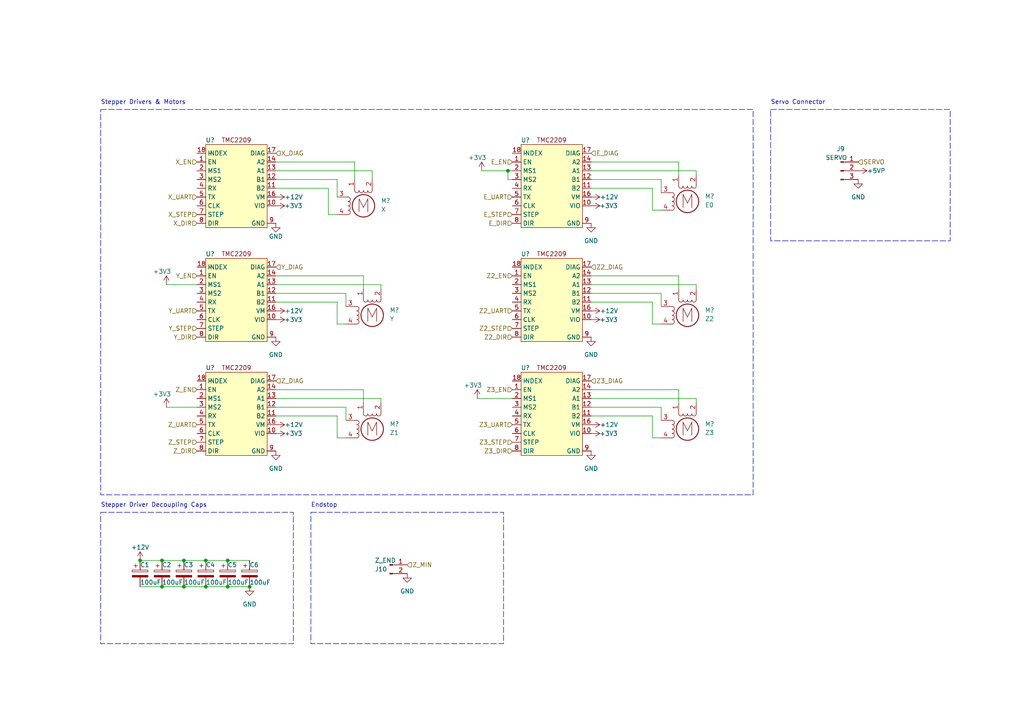
<source format=kicad_sch>
(kicad_sch (version 20230409) (generator eeschema)
  (paper "A4")
  (title_block (title "Motion") (rev "v0.1") (company "EIG - NUS High") (comment 1 "By Vincent Kwok"))
  (lib_symbols
    (symbol "Connector:Conn_01x02_Pin" (pin_names (offset 1.016) hide)
      (property "Reference" "J" (at 0 2.54 0))
      (property "Value" "Conn_01x02_Pin" (at 0 -5.08 0))
      (symbol "Conn_01x02_Pin_1_1"
        (polyline (pts (xy 1.27 -2.54) (xy 0.8636 -2.54)) (stroke (width 0.1524)))
        (polyline (pts (xy 1.27 0) (xy 0.8636 0)) (stroke (width 0.1524)))
        (rectangle (start 0.8636 -2.413) (end 0 -2.667) (stroke (width 0.1524)) (fill (type outline)))
        (rectangle (start 0.8636 0.127) (end 0 -0.127) (stroke (width 0.1524)) (fill (type outline)))
        (pin passive line (at 5.08 0 180) (length 3.81) (name "Pin_1") (number "1"))
        (pin passive line (at 5.08 -2.54 180) (length 3.81) (name "Pin_2") (number "2"))
      )
    )
    (symbol "Connector:Conn_01x03_Pin" (pin_names (offset 1.016) hide)
      (property "Reference" "J" (at 0 5.08 0))
      (property "Value" "Conn_01x03_Pin" (at 0 -5.08 0))
      (symbol "Conn_01x03_Pin_1_1"
        (polyline (pts (xy 1.27 -2.54) (xy 0.8636 -2.54)) (stroke (width 0.1524)))
        (polyline (pts (xy 1.27 0) (xy 0.8636 0)) (stroke (width 0.1524)))
        (polyline (pts (xy 1.27 2.54) (xy 0.8636 2.54)) (stroke (width 0.1524)))
        (rectangle (start 0.8636 -2.413) (end 0 -2.667) (stroke (width 0.1524)) (fill (type outline)))
        (rectangle (start 0.8636 0.127) (end 0 -0.127) (stroke (width 0.1524)) (fill (type outline)))
        (rectangle (start 0.8636 2.667) (end 0 2.413) (stroke (width 0.1524)) (fill (type outline)))
        (pin passive line (at 5.08 2.54 180) (length 3.81) (name "Pin_1") (number "1"))
        (pin passive line (at 5.08 0 180) (length 3.81) (name "Pin_2") (number "2"))
        (pin passive line (at 5.08 -2.54 180) (length 3.81) (name "Pin_3") (number "3"))
      )
    )
    (symbol "Device:C_Polarized" (pin_numbers hide) (pin_names (offset 0.254))
      (property "Reference" "C" (at 0.635 2.54 0))
      (property "Value" "C_Polarized" (at 0.635 -2.54 0))
      (symbol "C_Polarized_0_1"
        (rectangle (start -2.286 0.508) (end 2.286 1.016))
        (polyline (pts (xy -1.778 2.286) (xy -0.762 2.286)))
        (polyline (pts (xy -1.27 2.794) (xy -1.27 1.778)))
        (rectangle (start 2.286 -0.508) (end -2.286 -1.016) (fill (type outline)))
      )
      (symbol "C_Polarized_1_1"
        (pin passive line (at 0 3.81 270) (length 2.794) (name "~") (number "1"))
        (pin passive line (at 0 -3.81 90) (length 2.794) (name "~") (number "2"))
      )
    )
    (symbol "Motor:Stepper_Motor_bipolar" (pin_names (offset 0) hide)
      (property "Reference" "M" (at 3.81 2.54 0))
      (property "Value" "Stepper_Motor_bipolar" (at 3.81 1.27 0))
      (symbol "Stepper_Motor_bipolar_0_0"
        (polyline (pts (xy -1.27 -1.778) (xy -1.27 2.032) (xy 0 -0.508) (xy 1.27 2.032) (xy 1.27 -1.778)))
      )
      (symbol "Stepper_Motor_bipolar_0_1"
        (arc (start -4.445 -2.54) (mid -3.8127 -1.905) (end -4.445 -1.27))
        (arc (start -4.445 -1.27) (mid -3.8127 -0.635) (end -4.445 0))
        (arc (start -4.445 0) (mid -3.8127 0.635) (end -4.445 1.27))
        (arc (start -4.445 1.27) (mid -3.8127 1.905) (end -4.445 2.54))
        (arc (start -2.54 4.445) (mid -1.905 3.8127) (end -1.27 4.445))
        (arc (start -1.27 4.445) (mid -0.635 3.8127) (end 0 4.445))
        (polyline (pts (xy -5.08 -2.54) (xy -4.445 -2.54)))
        (polyline (pts (xy -5.08 2.54) (xy -4.445 2.54)))
        (polyline (pts (xy -2.54 5.08) (xy -2.54 4.445)))
        (polyline (pts (xy 2.54 5.08) (xy 2.54 4.445)))
        (circle (center 0 0) (radius 3.2512) (stroke (width 0.254)))
        (arc (start 0 4.445) (mid 0.635 3.8127) (end 1.27 4.445))
        (arc (start 1.27 4.445) (mid 1.905 3.8127) (end 2.54 4.445))
      )
      (symbol "Stepper_Motor_bipolar_1_1"
        (pin passive line (at -2.54 7.62 270) (length 2.54) (name "~") (number "1"))
        (pin passive line (at 2.54 7.62 270) (length 2.54) (name "-") (number "2"))
        (pin passive line (at -7.62 2.54 0) (length 2.54) (name "~") (number "3"))
        (pin passive line (at -7.62 -2.54 0) (length 2.54) (name "~") (number "4"))
      )
    )
    (symbol "Motor_Trinamic:TMC2209"
      (property "Reference" "U" (at 8.89 -1.27 0))
      (symbol "TMC2209_0_1"
        (rectangle (start 0 0) (end 17.78 -24.13) (fill (type background)))
        (text "TMC2209" (at 8.89 1.27 0) (effects (font (size 1.27 1.27))))
      )
      (symbol "TMC2209_1_1"
        (pin input line (at -2.54 -5.08 0) (length 2.54) (name "EN") (number "1"))
        (pin power_in line (at 20.32 -17.78 180) (length 2.54) (name "VIO") (number "10"))
        (pin output line (at 20.32 -12.7 180) (length 2.54) (name "B2") (number "11"))
        (pin output line (at 20.32 -10.16 180) (length 2.54) (name "B1") (number "12"))
        (pin output line (at 20.32 -7.62 180) (length 2.54) (name "A1") (number "13"))
        (pin output line (at 20.32 -5.08 180) (length 2.54) (name "A2") (number "14"))
        (pin power_in line (at 20.32 -22.86 180) (length 2.54) hide (name "GND") (number "15"))
        (pin power_in line (at 20.32 -15.24 180) (length 2.54) (name "VM") (number "16"))
        (pin output line (at 20.32 -2.54 180) (length 2.54) (name "DIAG") (number "17"))
        (pin output line (at -2.54 -2.54 0) (length 2.54) (name "INDEX") (number "18"))
        (pin input line (at -2.54 -7.62 0) (length 2.54) (name "MS1") (number "2"))
        (pin input line (at -2.54 -10.16 0) (length 2.54) (name "MS2") (number "3"))
        (pin input line (at -2.54 -12.7 0) (length 2.54) (name "RX") (number "4"))
        (pin output line (at -2.54 -15.24 0) (length 2.54) (name "TX") (number "5"))
        (pin input line (at -2.54 -17.78 0) (length 2.54) (name "CLK") (number "6"))
        (pin input line (at -2.54 -20.32 0) (length 2.54) (name "STEP") (number "7"))
        (pin input line (at -2.54 -22.86 0) (length 2.54) (name "DIR") (number "8"))
        (pin power_in line (at 20.32 -22.86 180) (length 2.54) (name "GND") (number "9"))
      )
    )
    (symbol "power:+12V" (power) (pin_names (offset 0))
      (property "Value" "+12V" (at 0 3.556 0))
      (symbol "+12V_0_1"
        (polyline (pts (xy -0.762 1.27) (xy 0 2.54)))
        (polyline (pts (xy 0 0) (xy 0 2.54)))
        (polyline (pts (xy 0 2.54) (xy 0.762 1.27)))
      )
      (symbol "+12V_1_1"
        (pin power_in line (at 0 0 90) (length 0) hide (name "+12V") (number "1"))
      )
    )
    (symbol "power:+3V3" (power) (pin_names (offset 0))
      (property "Value" "+3V3" (at 0 3.556 0))
      (symbol "+3V3_0_1"
        (polyline (pts (xy -0.762 1.27) (xy 0 2.54)))
        (polyline (pts (xy 0 0) (xy 0 2.54)))
        (polyline (pts (xy 0 2.54) (xy 0.762 1.27)))
      )
      (symbol "+3V3_1_1"
        (pin power_in line (at 0 0 90) (length 0) hide (name "+3V3") (number "1"))
      )
    )
    (symbol "power:+5VP" (power) (pin_names (offset 0))
      (property "Value" "+5VP" (at 0 3.556 0))
      (symbol "+5VP_0_1"
        (polyline (pts (xy -0.762 1.27) (xy 0 2.54)))
        (polyline (pts (xy 0 0) (xy 0 2.54)))
        (polyline (pts (xy 0 2.54) (xy 0.762 1.27)))
      )
      (symbol "+5VP_1_1"
        (pin power_in line (at 0 0 90) (length 0) hide (name "+5VP") (number "1"))
      )
    )
    (symbol "power:GND" (power) (pin_names (offset 0))
      (property "Value" "GND" (at 0 -3.81 0))
      (symbol "GND_0_1"
        (polyline (pts (xy 0 0) (xy 0 -1.27) (xy 1.27 -1.27) (xy 0 -2.54) (xy -1.27 -1.27) (xy 0 -1.27)))
      )
      (symbol "GND_1_1"
        (pin power_in line (at 0 0 270) (length 0) hide (name "GND") (number "1"))
      )
    )
  )
  (junction (at 46.99 170.18))
  (junction (at 66.04 170.18))
  (junction (at 59.69 162.56))
  (junction (at 72.39 170.18))
  (junction (at 147.32 49.53))
  (junction (at 46.99 162.56))
  (junction (at 53.34 170.18))
  (junction (at 66.04 162.56))
  (junction (at 53.34 162.56))
  (junction (at 59.69 170.18))
  (junction (at 40.64 162.56))
  (wire (pts (xy 97.79 120.65) (xy 80.01 120.65)))
  (wire (pts (xy 189.23 120.65) (xy 171.45 120.65)))
  (wire (pts (xy 40.64 170.18) (xy 46.99 170.18)))
  (wire (pts (xy 53.34 170.18) (xy 59.69 170.18)))
  (wire (pts (xy 201.93 115.57) (xy 201.93 116.84)))
  (wire (pts (xy 189.23 127) (xy 191.77 127)))
  (wire (pts (xy 66.04 162.56) (xy 72.39 162.56)))
  (wire (pts (xy 148.59 52.07) (xy 147.32 52.07)))
  (wire (pts (xy 191.77 85.09) (xy 171.45 85.09)))
  (wire (pts (xy 100.33 121.92) (xy 100.33 118.11)))
  (wire (pts (xy 171.45 49.53) (xy 201.93 49.53)))
  (wire (pts (xy 97.79 57.15) (xy 97.79 52.07)))
  (wire (pts (xy 102.87 46.99) (xy 102.87 52.07)))
  (wire (pts (xy 53.34 162.56) (xy 59.69 162.56)))
  (wire (pts (xy 97.79 87.63) (xy 80.01 87.63)))
  (wire (pts (xy 201.93 82.55) (xy 201.93 83.82)))
  (wire (pts (xy 171.45 82.55) (xy 201.93 82.55)))
  (wire (pts (xy 201.93 49.53) (xy 201.93 50.8)))
  (wire (pts (xy 80.01 113.03) (xy 105.41 113.03)))
  (wire (pts (xy 59.69 170.18) (xy 66.04 170.18)))
  (wire (pts (xy 191.77 118.11) (xy 171.45 118.11)))
  (wire (pts (xy 191.77 121.92) (xy 191.77 118.11)))
  (wire (pts (xy 171.45 115.57) (xy 201.93 115.57)))
  (wire (pts (xy 80.01 52.07) (xy 97.79 52.07)))
  (wire (pts (xy 40.64 162.56) (xy 46.99 162.56)))
  (wire (pts (xy 48.26 118.11) (xy 57.15 118.11)))
  (wire (pts (xy 97.79 127) (xy 97.79 120.65)))
  (wire (pts (xy 80.01 82.55) (xy 110.49 82.55)))
  (wire (pts (xy 105.41 80.01) (xy 105.41 83.82)))
  (wire (pts (xy 97.79 93.98) (xy 100.33 93.98)))
  (wire (pts (xy 95.25 62.23) (xy 95.25 54.61)))
  (wire (pts (xy 189.23 60.96) (xy 189.23 54.61)))
  (wire (pts (xy 196.85 80.01) (xy 196.85 83.82)))
  (wire (pts (xy 46.99 162.56) (xy 53.34 162.56)))
  (wire (pts (xy 59.69 162.56) (xy 66.04 162.56)))
  (wire (pts (xy 80.01 115.57) (xy 110.49 115.57)))
  (wire (pts (xy 171.45 80.01) (xy 196.85 80.01)))
  (wire (pts (xy 80.01 49.53) (xy 107.95 49.53)))
  (wire (pts (xy 48.26 82.55) (xy 57.15 82.55)))
  (wire (pts (xy 110.49 82.55) (xy 110.49 83.82)))
  (wire (pts (xy 100.33 118.11) (xy 80.01 118.11)))
  (wire (pts (xy 189.23 60.96) (xy 191.77 60.96)))
  (wire (pts (xy 139.7 49.53) (xy 147.32 49.53)))
  (wire (pts (xy 191.77 52.07) (xy 171.45 52.07)))
  (wire (pts (xy 196.85 46.99) (xy 196.85 50.8)))
  (wire (pts (xy 147.32 52.07) (xy 147.32 49.53)))
  (wire (pts (xy 147.32 49.53) (xy 148.59 49.53)))
  (wire (pts (xy 189.23 93.98) (xy 189.23 87.63)))
  (wire (pts (xy 171.45 46.99) (xy 196.85 46.99)))
  (wire (pts (xy 171.45 113.03) (xy 196.85 113.03)))
  (wire (pts (xy 66.04 170.18) (xy 72.39 170.18)))
  (wire (pts (xy 95.25 54.61) (xy 80.01 54.61)))
  (wire (pts (xy 97.79 127) (xy 100.33 127)))
  (wire (pts (xy 100.33 88.9) (xy 100.33 85.09)))
  (wire (pts (xy 189.23 87.63) (xy 171.45 87.63)))
  (wire (pts (xy 196.85 113.03) (xy 196.85 116.84)))
  (wire (pts (xy 138.43 115.57) (xy 148.59 115.57)))
  (wire (pts (xy 191.77 88.9) (xy 191.77 85.09)))
  (wire (pts (xy 107.95 52.07) (xy 107.95 49.53)))
  (wire (pts (xy 97.79 62.23) (xy 95.25 62.23)))
  (wire (pts (xy 189.23 93.98) (xy 191.77 93.98)))
  (wire (pts (xy 189.23 54.61) (xy 171.45 54.61)))
  (wire (pts (xy 105.41 113.03) (xy 105.41 116.84)))
  (wire (pts (xy 97.79 93.98) (xy 97.79 87.63)))
  (wire (pts (xy 110.49 115.57) (xy 110.49 116.84)))
  (wire (pts (xy 189.23 127) (xy 189.23 120.65)))
  (wire (pts (xy 46.99 170.18) (xy 53.34 170.18)))
  (wire (pts (xy 191.77 55.88) (xy 191.77 52.07)))
  (wire (pts (xy 102.87 46.99) (xy 80.01 46.99)))
  (wire (pts (xy 100.33 85.09) (xy 80.01 85.09)))
  (wire (pts (xy 80.01 80.01) (xy 105.41 80.01)))
  (rectangle (start 223.52 31.75) (end 275.59 69.85) (stroke (width 0) (type dash)))
  (rectangle (start 90.17 148.59) (end 146.05 186.69) (stroke (width 0) (type dash)))
  (rectangle (start 29.21 148.59) (end 85.09 186.69) (stroke (width 0) (type dash)))
  (rectangle (start 29.21 31.75) (end 218.44 143.51) (stroke (width 0) (type dash)))
  (text "Stepper Drivers & Motors" (at 29.21 30.48 0) (effects (font (size 1.27 1.27)) (justify left bottom)))
  (text "Stepper Driver Decoupling Caps" (at 29.21 147.32 0) (effects (font (size 1.27 1.27)) (justify left bottom)))
  (text "Endstop" (at 90.17 147.32 0) (effects (font (size 1.27 1.27)) (justify left bottom)))
  (text "Servo Connector" (at 223.52 30.48 0) (effects (font (size 1.27 1.27)) (justify left bottom)))
  (hierarchical_label "E_UART" (shape input) (at 148.59 57.15 180))
  (hierarchical_label "Z_DIAG" (shape input) (at 80.01 110.49 0))
  (hierarchical_label "Z3_DIR" (shape input) (at 148.59 130.81 180))
  (hierarchical_label "Z3_UART" (shape input) (at 148.59 123.19 180))
  (hierarchical_label "E_EN" (shape input) (at 148.59 46.99 180))
  (hierarchical_label "Z3_DIAG" (shape input) (at 171.45 110.49 0))
  (hierarchical_label "X_DIR" (shape input) (at 57.15 64.77 180))
  (hierarchical_label "E_STEP" (shape input) (at 148.59 62.23 180))
  (hierarchical_label "SERVO" (shape input) (at 248.92 46.99 0))
  (hierarchical_label "X_STEP" (shape input) (at 57.15 62.23 180))
  (hierarchical_label "Z_MIN" (shape input) (at 118.11 163.83 0))
  (hierarchical_label "Z2_DIAG" (shape input) (at 171.45 77.47 0))
  (hierarchical_label "X_DIAG" (shape input) (at 80.01 44.45 0))
  (hierarchical_label "Z_EN" (shape input) (at 57.15 113.03 180))
  (hierarchical_label "Z3_EN" (shape input) (at 148.59 113.03 180))
  (hierarchical_label "Z3_STEP" (shape input) (at 148.59 128.27 180))
  (hierarchical_label "Y_DIAG" (shape input) (at 80.01 77.47 0))
  (hierarchical_label "Z_DIR" (shape input) (at 57.15 130.81 180))
  (hierarchical_label "E_DIAG" (shape input) (at 171.45 44.45 0))
  (hierarchical_label "X_UART" (shape input) (at 57.15 57.15 180))
  (hierarchical_label "Y_STEP" (shape input) (at 57.15 95.25 180))
  (hierarchical_label "Z2_DIR" (shape input) (at 148.59 97.79 180))
  (hierarchical_label "Z_UART" (shape input) (at 57.15 123.19 180))
  (hierarchical_label "Z_STEP" (shape input) (at 57.15 128.27 180))
  (hierarchical_label "Y_DIR" (shape input) (at 57.15 97.79 180))
  (hierarchical_label "Y_EN" (shape input) (at 57.15 80.01 180))
  (hierarchical_label "Z2_EN" (shape input) (at 148.59 80.01 180))
  (hierarchical_label "Y_UART" (shape input) (at 57.15 90.17 180))
  (hierarchical_label "Z2_STEP" (shape input) (at 148.59 95.25 180))
  (hierarchical_label "Z2_UART" (shape input) (at 148.59 90.17 180))
  (hierarchical_label "X_EN" (shape input) (at 57.15 46.99 180))
  (hierarchical_label "E_DIR" (shape input) (at 148.59 64.77 180))
  (symbol (lib_id "Device:C_Polarized") (at 53.34 166.37 0) (unit 1)
    (property "Reference" "C3" (at 53.34 163.83 0) (effects (justify left)))
    (property "Value" "100uF" (at 53.34 168.91 0) (effects (justify left)))
    (property "Footprint" "Capacitor_THT:CP_Radial_D6.3mm_P2.50mm" (effects hide))
  )
  (symbol (lib_id "Motor_Trinamic:TMC2209") (at 151.13 107.95 0) (unit 1)
    (property "Reference" "U?" (at 152.4 106.68 0))
    (property "Value" "~" (at 152.4 110.49 0))
    (property "Footprint" "Motor_Trinamic:MODULE_TMC2209_SILENTSTEPSTICK" (effects hide))
    (instances (project "ChessBotController" (path "" (reference "U?") (unit 1)) (path "" (reference "U7") (unit 1))))
  )
  (symbol (lib_id "Motor:Stepper_Motor_bipolar") (at 199.39 124.46 0) (unit 1)
    (property "Reference" "M?" (at 204.47 122.9741 0) (effects (justify left)))
    (property "Value" "Z3" (at 204.47 125.5141 0) (effects (justify left)))
    (property "Footprint" "Connector_JST:JST_XH_B4B-XH-A_1x04_P2.50mm_Vertical" (effects hide))
    (property "Datasheet" "http://www.infineon.com/dgdl/Application-Note-TLE8110EE_driving_UniPolarStepperMotor_V1.1.pdf?fileId=db3a30431be39b97011be5d0aa0a00b0" (effects hide))
    (instances (project "ChessBotController" (path "" (reference "M?") (unit 1)) (path "" (reference "M6") (unit 1))))
  )
  (symbol (lib_id "power:GND") (at 248.92 52.07 0) (unit 1)
    (property "Reference" "#PWR060" (effects hide))
    (property "Value" "GND" (at 248.92 57.15 0))
  )
  (symbol (lib_id "Motor_Trinamic:TMC2209") (at 59.69 107.95 0) (unit 1)
    (property "Reference" "U?" (at 60.96 106.68 0))
    (property "Value" "~" (at 60.96 110.49 0))
    (property "Footprint" "Motor_Trinamic:MODULE_TMC2209_SILENTSTEPSTICK" (effects hide))
    (instances (project "ChessBotController" (path "" (reference "U?") (unit 1)) (path "" (reference "U4") (unit 1))))
  )
  (symbol (lib_id "Connector:Conn_01x03_Pin") (at 243.84 49.53 0) (unit 1)
    (property "Reference" "J9" (at 243.84 43.18 0))
    (property "Value" "SERVO" (at 242.57 45.72 0))
    (property "Footprint" "Connector_PinHeader_2.54mm:PinHeader_1x03_P2.54mm_Vertical" (effects hide))
  )
  (symbol (lib_id "power:GND") (at 171.45 64.77 0) (unit 1)
    (property "Reference" "#PWR?" (effects hide))
    (property "Value" "GND" (at 171.45 69.85 0))
    (instances (project "ChessBotController" (path "" (reference "#PWR?") (unit 1)) (path "" (reference "#PWR027") (unit 1))))
  )
  (symbol (lib_id "power:+3V3") (at 171.45 59.69 270) (unit 1)
    (property "Reference" "#PWR029" (effects hide))
    (property "Value" "+3V3" (at 176.53 59.69 90))
  )
  (symbol (lib_id "Motor:Stepper_Motor_bipolar") (at 199.39 58.42 0) (unit 1)
    (property "Reference" "M?" (at 204.47 56.9341 0) (effects (justify left)))
    (property "Value" "E0" (at 204.47 59.4741 0) (effects (justify left)))
    (property "Footprint" "Connector_JST:JST_XH_B4B-XH-A_1x04_P2.50mm_Vertical" (effects hide))
    (property "Datasheet" "http://www.infineon.com/dgdl/Application-Note-TLE8110EE_driving_UniPolarStepperMotor_V1.1.pdf?fileId=db3a30431be39b97011be5d0aa0a00b0" (effects hide))
    (instances (project "ChessBotController" (path "" (reference "M?") (unit 1)) (path "" (reference "M4") (unit 1))))
  )
  (symbol (lib_id "Device:C_Polarized") (at 59.69 166.37 0) (unit 1)
    (property "Reference" "C4" (at 59.69 163.83 0) (effects (justify left)))
    (property "Value" "100uF" (at 59.69 168.91 0) (effects (justify left)))
    (property "Footprint" "Capacitor_THT:CP_Radial_D6.3mm_P2.50mm" (effects hide))
  )
  (symbol (lib_id "power:+3V3") (at 139.7 49.53 0) (unit 1)
    (property "Reference" "#PWR037" (effects hide))
    (property "Value" "+3V3" (at 138.43 45.72 0))
  )
  (symbol (lib_id "Motor:Stepper_Motor_bipolar") (at 107.95 91.44 0) (unit 1)
    (property "Reference" "M?" (at 113.03 89.9541 0) (effects (justify left)))
    (property "Value" "Y" (at 113.03 92.4941 0) (effects (justify left)))
    (property "Footprint" "Connector_JST:JST_XH_B4B-XH-A_1x04_P2.50mm_Vertical" (effects hide))
    (property "Datasheet" "http://www.infineon.com/dgdl/Application-Note-TLE8110EE_driving_UniPolarStepperMotor_V1.1.pdf?fileId=db3a30431be39b97011be5d0aa0a00b0" (effects hide))
    (instances (project "ChessBotController" (path "" (reference "M?") (unit 1)) (path "" (reference "M2") (unit 1))))
  )
  (symbol (lib_id "power:+12V") (at 171.45 123.19 270) (unit 1)
    (property "Reference" "#PWR?" (effects hide))
    (property "Value" "+12V" (at 173.99 123.19 90) (effects (justify left)))
    (instances (project "ChessBotController" (path "" (reference "#PWR?") (unit 1)) (path "" (reference "#PWR033") (unit 1))))
  )
  (symbol (lib_id "power:GND") (at 80.01 64.77 0) (unit 1)
    (property "Reference" "#PWR?" (effects hide))
    (property "Value" "GND" (at 80.01 68.58 0))
    (instances (project "ChessBotController" (path "" (reference "#PWR?") (unit 1)) (path "" (reference "#PWR02") (unit 1))))
  )
  (symbol (lib_id "Device:C_Polarized") (at 40.64 166.37 0) (unit 1)
    (property "Reference" "C1" (at 40.64 163.83 0) (effects (justify left)))
    (property "Value" "100uF" (at 40.64 168.91 0) (effects (justify left)))
    (property "Footprint" "Capacitor_THT:CP_Radial_D6.3mm_P2.50mm" (effects hide))
  )
  (symbol (lib_id "Device:C_Polarized") (at 66.04 166.37 0) (unit 1)
    (property "Reference" "C5" (at 66.04 163.83 0) (effects (justify left)))
    (property "Value" "100uF" (at 66.04 168.91 0) (effects (justify left)))
    (property "Footprint" "Capacitor_THT:CP_Radial_D6.3mm_P2.50mm" (effects hide))
  )
  (symbol (lib_id "power:+12V") (at 80.01 90.17 270) (unit 1)
    (property "Reference" "#PWR?" (effects hide))
    (property "Value" "+12V" (at 82.55 90.17 90) (effects (justify left)))
    (instances (project "ChessBotController" (path "" (reference "#PWR?") (unit 1)) (path "" (reference "#PWR06") (unit 1))))
  )
  (symbol (lib_id "power:+3V3") (at 80.01 125.73 270) (unit 1)
    (property "Reference" "#PWR017" (effects hide))
    (property "Value" "+3V3" (at 85.09 125.73 90))
  )
  (symbol (lib_id "power:+12V") (at 80.01 57.15 270) (unit 1)
    (property "Reference" "#PWR?" (effects hide))
    (property "Value" "+12V" (at 82.55 57.15 90) (effects (justify left)))
    (instances (project "ChessBotController" (path "" (reference "#PWR?") (unit 1)) (path "" (reference "#PWR01") (unit 1))))
  )
  (symbol (lib_id "power:GND") (at 72.39 170.18 0) (unit 1)
    (property "Reference" "#PWR044" (effects hide))
    (property "Value" "GND" (at 72.39 175.26 0))
  )
  (symbol (lib_id "power:+12V") (at 80.01 123.19 270) (unit 1)
    (property "Reference" "#PWR?" (effects hide))
    (property "Value" "+12V" (at 82.55 123.19 90) (effects (justify left)))
    (instances (project "ChessBotController" (path "" (reference "#PWR?") (unit 1)) (path "" (reference "#PWR016") (unit 1))))
  )
  (symbol (lib_id "power:GND") (at 118.11 166.37 0) (unit 1)
    (property "Reference" "#PWR061" (effects hide))
    (property "Value" "GND" (at 118.11 171.45 0))
    (instances (project "ChessBotController" (path "" (reference "#PWR061") (unit 1)) (path "" (reference "#PWR065") (unit 1))))
  )
  (symbol (lib_id "power:+3V3") (at 48.26 82.55 0) (unit 1)
    (property "Reference" "#PWR07" (effects hide))
    (property "Value" "+3V3" (at 46.99 78.74 0))
  )
  (symbol (lib_id "Motor_Trinamic:TMC2209") (at 59.69 74.93 0) (unit 1)
    (property "Reference" "U?" (at 60.96 73.66 0))
    (property "Value" "~" (at 60.96 77.47 0))
    (property "Footprint" "Motor_Trinamic:MODULE_TMC2209_SILENTSTEPSTICK" (effects hide))
    (instances (project "ChessBotController" (path "" (reference "U?") (unit 1)) (path "" (reference "U2") (unit 1))))
  )
  (symbol (lib_id "power:+12V") (at 171.45 90.17 270) (unit 1)
    (property "Reference" "#PWR?" (effects hide))
    (property "Value" "+12V" (at 173.99 90.17 90) (effects (justify left)))
    (instances (project "ChessBotController" (path "" (reference "#PWR?") (unit 1)) (path "" (reference "#PWR030") (unit 1))))
  )
  (symbol (lib_id "power:+3V3") (at 80.01 59.69 270) (unit 1)
    (property "Reference" "#PWR04" (effects hide))
    (property "Value" "+3V3" (at 85.09 59.69 90))
  )
  (symbol (lib_id "power:GND") (at 80.01 97.79 0) (unit 1)
    (property "Reference" "#PWR?" (effects hide))
    (property "Value" "GND" (at 80.01 102.87 0))
    (instances (project "ChessBotController" (path "" (reference "#PWR?") (unit 1)) (path "" (reference "#PWR03") (unit 1))))
  )
  (symbol (lib_id "power:+3V3") (at 171.45 125.73 270) (unit 1)
    (property "Reference" "#PWR034" (effects hide))
    (property "Value" "+3V3" (at 176.53 125.73 90))
  )
  (symbol (lib_id "Device:C_Polarized") (at 46.99 166.37 0) (unit 1)
    (property "Reference" "C2" (at 46.99 163.83 0) (effects (justify left)))
    (property "Value" "100uF" (at 46.99 168.91 0) (effects (justify left)))
    (property "Footprint" "Capacitor_THT:CP_Radial_D6.3mm_P2.50mm" (effects hide))
  )
  (symbol (lib_id "power:GND") (at 171.45 130.81 0) (unit 1)
    (property "Reference" "#PWR?" (effects hide))
    (property "Value" "GND" (at 171.45 135.89 0))
    (instances (project "ChessBotController" (path "" (reference "#PWR?") (unit 1)) (path "" (reference "#PWR032") (unit 1))))
  )
  (symbol (lib_id "power:+12V") (at 40.64 162.56 0) (unit 1)
    (property "Reference" "#PWR010" (effects hide))
    (property "Value" "+12V" (at 40.64 158.75 0))
  )
  (symbol (lib_id "Connector:Conn_01x02_Pin") (at 113.03 163.83 0) (unit 1)
    (property "Reference" "J10" (at 110.49 165.1 0))
    (property "Value" "Z_END" (at 111.76 162.56 0))
    (property "Footprint" "Connector_PinHeader_2.54mm:PinHeader_1x02_P2.54mm_Vertical" (effects hide))
  )
  (symbol (lib_id "Motor:Stepper_Motor_bipolar") (at 105.41 59.69 0) (unit 1)
    (property "Reference" "M?" (at 110.49 58.2041 0) (effects (justify left)))
    (property "Value" "X" (at 110.49 60.7441 0) (effects (justify left)))
    (property "Footprint" "Connector_JST:JST_XH_B4B-XH-A_1x04_P2.50mm_Vertical" (effects hide))
    (property "Datasheet" "http://www.infineon.com/dgdl/Application-Note-TLE8110EE_driving_UniPolarStepperMotor_V1.1.pdf?fileId=db3a30431be39b97011be5d0aa0a00b0" (effects hide))
    (instances (project "ChessBotController" (path "" (reference "M?") (unit 1)) (path "" (reference "M1") (unit 1))))
  )
  (symbol (lib_id "power:+3V3") (at 171.45 92.71 270) (unit 1)
    (property "Reference" "#PWR031" (effects hide))
    (property "Value" "+3V3" (at 176.53 92.71 90))
  )
  (symbol (lib_id "power:+3V3") (at 80.01 92.71 270) (unit 1)
    (property "Reference" "#PWR05" (effects hide))
    (property "Value" "+3V3" (at 85.09 92.71 90))
  )
  (symbol (lib_id "power:+12V") (at 171.45 57.15 270) (unit 1)
    (property "Reference" "#PWR?" (effects hide))
    (property "Value" "+12V" (at 173.99 57.15 90) (effects (justify left)))
    (instances (project "ChessBotController" (path "" (reference "#PWR?") (unit 1)) (path "" (reference "#PWR028") (unit 1))))
  )
  (symbol (lib_id "power:GND") (at 80.01 130.81 0) (unit 1)
    (property "Reference" "#PWR?" (effects hide))
    (property "Value" "GND" (at 80.01 135.89 0))
    (instances (project "ChessBotController" (path "" (reference "#PWR?") (unit 1)) (path "" (reference "#PWR015") (unit 1))))
  )
  (symbol (lib_id "Motor_Trinamic:TMC2209") (at 151.13 41.91 0) (unit 1)
    (property "Reference" "U?" (at 152.4 40.64 0))
    (property "Value" "~" (at 152.4 44.45 0))
    (property "Footprint" "Motor_Trinamic:MODULE_TMC2209_SILENTSTEPSTICK" (effects hide))
    (instances (project "ChessBotController" (path "" (reference "U?") (unit 1)) (path "" (reference "U5") (unit 1))))
  )
  (symbol (lib_id "Motor:Stepper_Motor_bipolar") (at 107.95 124.46 0) (unit 1)
    (property "Reference" "M?" (at 113.03 122.9741 0) (effects (justify left)))
    (property "Value" "Z1" (at 113.03 125.5141 0) (effects (justify left)))
    (property "Footprint" "Connector_JST:JST_XH_B4B-XH-A_1x04_P2.50mm_Vertical" (effects hide))
    (property "Datasheet" "http://www.infineon.com/dgdl/Application-Note-TLE8110EE_driving_UniPolarStepperMotor_V1.1.pdf?fileId=db3a30431be39b97011be5d0aa0a00b0" (effects hide))
    (instances (project "ChessBotController" (path "" (reference "M?") (unit 1)) (path "" (reference "M3") (unit 1))))
  )
  (symbol (lib_id "Device:C_Polarized") (at 72.39 166.37 0) (unit 1)
    (property "Reference" "C6" (at 72.39 163.83 0) (effects (justify left)))
    (property "Value" "100uF" (at 72.39 168.91 0) (effects (justify left)))
    (property "Footprint" "Capacitor_THT:CP_Radial_D6.3mm_P2.50mm" (effects hide))
  )
  (symbol (lib_id "power:+3V3") (at 138.43 115.57 0) (unit 1)
    (property "Reference" "#PWR036" (effects hide))
    (property "Value" "+3V3" (at 137.16 111.76 0))
  )
  (symbol (lib_id "power:+3V3") (at 48.26 118.11 0) (unit 1)
    (property "Reference" "#PWR014" (effects hide))
    (property "Value" "+3V3" (at 46.99 114.3 0))
  )
  (symbol (lib_id "Motor_Trinamic:TMC2209") (at 59.69 41.91 0) (unit 1)
    (property "Reference" "U?" (at 60.96 40.64 0))
    (property "Value" "~" (at 60.96 44.45 0))
    (property "Footprint" "Motor_Trinamic:MODULE_TMC2209_SILENTSTEPSTICK" (effects hide))
    (instances (project "ChessBotController" (path "" (reference "U?") (unit 1)) (path "" (reference "U1") (unit 1))))
  )
  (symbol (lib_id "Motor_Trinamic:TMC2209") (at 151.13 74.93 0) (unit 1)
    (property "Reference" "U?" (at 152.4 73.66 0))
    (property "Value" "~" (at 152.4 77.47 0))
    (property "Footprint" "Motor_Trinamic:MODULE_TMC2209_SILENTSTEPSTICK" (effects hide))
    (instances (project "ChessBotController" (path "" (reference "U?") (unit 1)) (path "" (reference "U6") (unit 1))))
  )
  (symbol (lib_id "power:+5VP") (at 248.92 49.53 270) (unit 1)
    (property "Reference" "#PWR059" (effects hide))
    (property "Value" "+5VP" (at 251.46 49.53 90) (effects (justify left)))
  )
  (symbol (lib_id "power:GND") (at 171.45 97.79 0) (unit 1)
    (property "Reference" "#PWR?" (effects hide))
    (property "Value" "GND" (at 171.45 102.87 0))
    (instances (project "ChessBotController" (path "" (reference "#PWR?") (unit 1)) (path "" (reference "#PWR026") (unit 1))))
  )
  (symbol (lib_id "Motor:Stepper_Motor_bipolar") (at 199.39 91.44 0) (unit 1)
    (property "Reference" "M?" (at 204.47 89.9541 0) (effects (justify left)))
    (property "Value" "Z2" (at 204.47 92.4941 0) (effects (justify left)))
    (property "Footprint" "Connector_JST:JST_XH_B4B-XH-A_1x04_P2.50mm_Vertical" (effects hide))
    (property "Datasheet" "http://www.infineon.com/dgdl/Application-Note-TLE8110EE_driving_UniPolarStepperMotor_V1.1.pdf?fileId=db3a30431be39b97011be5d0aa0a00b0" (effects hide))
    (instances (project "ChessBotController" (path "" (reference "M?") (unit 1)) (path "" (reference "M5") (unit 1))))
  )
)
</source>
